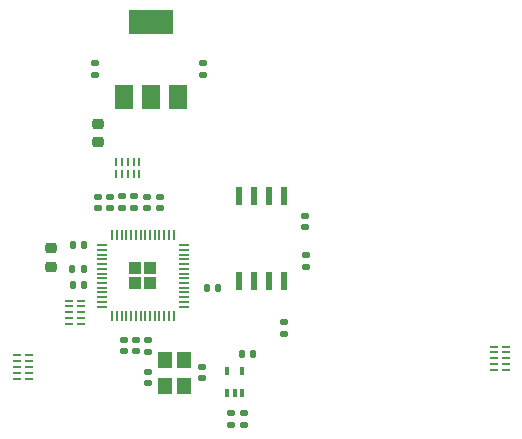
<source format=gbr>
%TF.GenerationSoftware,KiCad,Pcbnew,(7.0.0-0)*%
%TF.CreationDate,2023-06-11T14:42:47-06:00*%
%TF.ProjectId,snes_controller_pcb,736e6573-5f63-46f6-9e74-726f6c6c6572,4a*%
%TF.SameCoordinates,Original*%
%TF.FileFunction,Paste,Bot*%
%TF.FilePolarity,Positive*%
%FSLAX46Y46*%
G04 Gerber Fmt 4.6, Leading zero omitted, Abs format (unit mm)*
G04 Created by KiCad (PCBNEW (7.0.0-0)) date 2023-06-11 14:42:47*
%MOMM*%
%LPD*%
G01*
G04 APERTURE LIST*
G04 Aperture macros list*
%AMRoundRect*
0 Rectangle with rounded corners*
0 $1 Rounding radius*
0 $2 $3 $4 $5 $6 $7 $8 $9 X,Y pos of 4 corners*
0 Add a 4 corners polygon primitive as box body*
4,1,4,$2,$3,$4,$5,$6,$7,$8,$9,$2,$3,0*
0 Add four circle primitives for the rounded corners*
1,1,$1+$1,$2,$3*
1,1,$1+$1,$4,$5*
1,1,$1+$1,$6,$7*
1,1,$1+$1,$8,$9*
0 Add four rect primitives between the rounded corners*
20,1,$1+$1,$2,$3,$4,$5,0*
20,1,$1+$1,$4,$5,$6,$7,0*
20,1,$1+$1,$6,$7,$8,$9,0*
20,1,$1+$1,$8,$9,$2,$3,0*%
G04 Aperture macros list end*
%ADD10R,1.500000X2.000000*%
%ADD11R,3.800000X2.000000*%
%ADD12RoundRect,0.140000X0.140000X0.170000X-0.140000X0.170000X-0.140000X-0.170000X0.140000X-0.170000X0*%
%ADD13RoundRect,0.140000X-0.170000X0.140000X-0.170000X-0.140000X0.170000X-0.140000X0.170000X0.140000X0*%
%ADD14O,0.700000X0.200000*%
%ADD15RoundRect,0.135000X-0.185000X0.135000X-0.185000X-0.135000X0.185000X-0.135000X0.185000X0.135000X0*%
%ADD16RoundRect,0.135000X-0.135000X-0.185000X0.135000X-0.185000X0.135000X0.185000X-0.135000X0.185000X0*%
%ADD17RoundRect,0.140000X-0.140000X-0.170000X0.140000X-0.170000X0.140000X0.170000X-0.140000X0.170000X0*%
%ADD18RoundRect,0.140000X0.170000X-0.140000X0.170000X0.140000X-0.170000X0.140000X-0.170000X-0.140000X0*%
%ADD19O,0.200000X0.700000*%
%ADD20RoundRect,0.218750X-0.256250X0.218750X-0.256250X-0.218750X0.256250X-0.218750X0.256250X0.218750X0*%
%ADD21R,0.400000X0.650000*%
%ADD22RoundRect,0.135000X0.185000X-0.135000X0.185000X0.135000X-0.185000X0.135000X-0.185000X-0.135000X0*%
%ADD23R,0.580000X1.610000*%
%ADD24R,1.150000X1.400000*%
%ADD25RoundRect,0.250000X0.292217X0.292217X-0.292217X0.292217X-0.292217X-0.292217X0.292217X-0.292217X0*%
%ADD26RoundRect,0.050000X0.387500X0.050000X-0.387500X0.050000X-0.387500X-0.050000X0.387500X-0.050000X0*%
%ADD27RoundRect,0.050000X0.050000X0.387500X-0.050000X0.387500X-0.050000X-0.387500X0.050000X-0.387500X0*%
G04 APERTURE END LIST*
D10*
%TO.C,U3*%
X118639999Y-92349999D03*
X116339999Y-92349999D03*
D11*
X116339999Y-86049999D03*
D10*
X114039999Y-92349999D03*
%TD*%
D12*
%TO.C,C11*%
X110690000Y-108250000D03*
X109730000Y-108250000D03*
%TD*%
D13*
%TO.C,C5*%
X129430000Y-102441681D03*
X129430000Y-103401681D03*
%TD*%
D14*
%TO.C,U5*%
X110459999Y-109599999D03*
X110459999Y-110099999D03*
X110459999Y-110599999D03*
X110459999Y-111099999D03*
X110459999Y-111599999D03*
X109409999Y-111599999D03*
X109409999Y-111099999D03*
X109409999Y-110599999D03*
X109409999Y-110099999D03*
X109409999Y-109599999D03*
%TD*%
%TO.C,U2*%
X106034999Y-114219999D03*
X106034999Y-114719999D03*
X106034999Y-115219999D03*
X106034999Y-115719999D03*
X106034999Y-116219999D03*
X104984999Y-116219999D03*
X104984999Y-115719999D03*
X104984999Y-115219999D03*
X104984999Y-114719999D03*
X104984999Y-114219999D03*
%TD*%
D15*
%TO.C,R5*%
X116070000Y-112910000D03*
X116070000Y-113930000D03*
%TD*%
D16*
%TO.C,R8*%
X109710000Y-106910000D03*
X110730000Y-106910000D03*
%TD*%
D15*
%TO.C,R7*%
X113890000Y-100770505D03*
X113890000Y-101790505D03*
%TD*%
D12*
%TO.C,C9*%
X110700000Y-104900000D03*
X109740000Y-104900000D03*
%TD*%
D17*
%TO.C,C12*%
X121120000Y-108520000D03*
X122080000Y-108520000D03*
%TD*%
D13*
%TO.C,C2*%
X120740000Y-89510000D03*
X120740000Y-90470000D03*
%TD*%
D17*
%TO.C,C15*%
X124080000Y-114120000D03*
X125040000Y-114120000D03*
%TD*%
D18*
%TO.C,C13*%
X116000000Y-101770000D03*
X116000000Y-100810000D03*
%TD*%
D19*
%TO.C,U6*%
X113389999Y-97850504D03*
X113889999Y-97850504D03*
X114389999Y-97850504D03*
X114889999Y-97850504D03*
X115389999Y-97850504D03*
X115389999Y-98900504D03*
X114889999Y-98900504D03*
X114389999Y-98900504D03*
X113889999Y-98900504D03*
X113389999Y-98900504D03*
%TD*%
D15*
%TO.C,R4*%
X129489577Y-105710000D03*
X129489577Y-106730000D03*
%TD*%
D14*
%TO.C,U1*%
X145374999Y-115499999D03*
X145374999Y-114999999D03*
X145374999Y-114499999D03*
X145374999Y-113999999D03*
X145374999Y-113499999D03*
X146424999Y-113499999D03*
X146424999Y-113999999D03*
X146424999Y-114499999D03*
X146424999Y-114999999D03*
X146424999Y-115499999D03*
%TD*%
D15*
%TO.C,R6*%
X114890000Y-100770505D03*
X114890000Y-101790505D03*
%TD*%
D18*
%TO.C,C10*%
X111920000Y-101790000D03*
X111920000Y-100830000D03*
%TD*%
D20*
%TO.C,D2*%
X107890000Y-105155000D03*
X107890000Y-106730000D03*
%TD*%
%TO.C,D1*%
X111900000Y-94625000D03*
X111900000Y-96200000D03*
%TD*%
D18*
%TO.C,C3*%
X116070000Y-116580000D03*
X116070000Y-115620000D03*
%TD*%
D21*
%TO.C,U8*%
X124089999Y-117458667D03*
X123439999Y-117458667D03*
X122789999Y-117458667D03*
X122789999Y-115558667D03*
X124089999Y-115558667D03*
%TD*%
D22*
%TO.C,R10*%
X124240000Y-120170000D03*
X124240000Y-119150000D03*
%TD*%
D23*
%TO.C,FLASH1*%
X127654576Y-107974999D03*
X126384576Y-107974999D03*
X125114576Y-107974999D03*
X123844576Y-107974999D03*
X123844576Y-100764999D03*
X125114576Y-100764999D03*
X126384576Y-100764999D03*
X127654576Y-100764999D03*
%TD*%
D24*
%TO.C,Y1*%
X117539999Y-116819999D03*
X117539999Y-114619999D03*
X119139999Y-114619999D03*
X119139999Y-116819999D03*
%TD*%
D13*
%TO.C,C14*%
X115060000Y-112940000D03*
X115060000Y-113900000D03*
%TD*%
D18*
%TO.C,C4*%
X120690000Y-116190000D03*
X120690000Y-115230000D03*
%TD*%
D25*
%TO.C,U4*%
X116322500Y-108153005D03*
X116322500Y-106878005D03*
X115047500Y-108153005D03*
X115047500Y-106878005D03*
D26*
X119122500Y-104915505D03*
X119122500Y-105315505D03*
X119122500Y-105715505D03*
X119122500Y-106115505D03*
X119122500Y-106515505D03*
X119122500Y-106915505D03*
X119122500Y-107315505D03*
X119122500Y-107715505D03*
X119122500Y-108115505D03*
X119122500Y-108515505D03*
X119122500Y-108915505D03*
X119122500Y-109315505D03*
X119122500Y-109715505D03*
X119122500Y-110115505D03*
D27*
X118285000Y-110953005D03*
X117885000Y-110953005D03*
X117485000Y-110953005D03*
X117085000Y-110953005D03*
X116685000Y-110953005D03*
X116285000Y-110953005D03*
X115885000Y-110953005D03*
X115485000Y-110953005D03*
X115085000Y-110953005D03*
X114685000Y-110953005D03*
X114285000Y-110953005D03*
X113885000Y-110953005D03*
X113485000Y-110953005D03*
X113085000Y-110953005D03*
D26*
X112247500Y-110115505D03*
X112247500Y-109715505D03*
X112247500Y-109315505D03*
X112247500Y-108915505D03*
X112247500Y-108515505D03*
X112247500Y-108115505D03*
X112247500Y-107715505D03*
X112247500Y-107315505D03*
X112247500Y-106915505D03*
X112247500Y-106515505D03*
X112247500Y-106115505D03*
X112247500Y-105715505D03*
X112247500Y-105315505D03*
X112247500Y-104915505D03*
D27*
X113085000Y-104078005D03*
X113485000Y-104078005D03*
X113885000Y-104078005D03*
X114285000Y-104078005D03*
X114685000Y-104078005D03*
X115085000Y-104078005D03*
X115485000Y-104078005D03*
X115885000Y-104078005D03*
X116285000Y-104078005D03*
X116685000Y-104078005D03*
X117085000Y-104078005D03*
X117485000Y-104078005D03*
X117885000Y-104078005D03*
X118285000Y-104078005D03*
%TD*%
D18*
%TO.C,C8*%
X112900000Y-101760000D03*
X112900000Y-100800000D03*
%TD*%
%TO.C,C1*%
X111620000Y-90480000D03*
X111620000Y-89520000D03*
%TD*%
D15*
%TO.C,R3*%
X127660000Y-111449999D03*
X127660000Y-112469999D03*
%TD*%
D22*
%TO.C,R9*%
X123180000Y-120170000D03*
X123180000Y-119150000D03*
%TD*%
D18*
%TO.C,C7*%
X117110000Y-101760000D03*
X117110000Y-100800000D03*
%TD*%
D13*
%TO.C,C6*%
X114070000Y-112940000D03*
X114070000Y-113900000D03*
%TD*%
M02*

</source>
